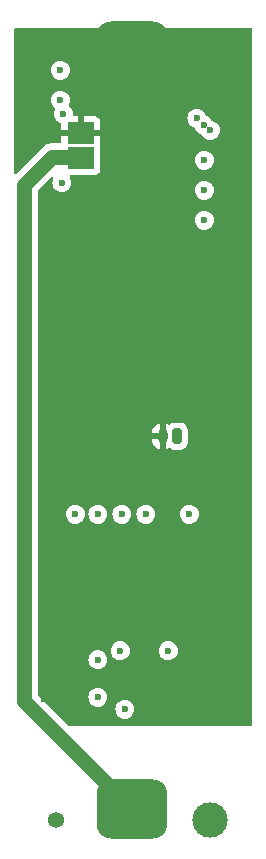
<source format=gbr>
%TF.GenerationSoftware,KiCad,Pcbnew,8.0.6*%
%TF.CreationDate,2024-11-08T20:03:32-06:00*%
%TF.ProjectId,lora micronode,6c6f7261-206d-4696-9372-6f6e6f64652e,rev?*%
%TF.SameCoordinates,Original*%
%TF.FileFunction,Copper,L4,Bot*%
%TF.FilePolarity,Positive*%
%FSLAX46Y46*%
G04 Gerber Fmt 4.6, Leading zero omitted, Abs format (unit mm)*
G04 Created by KiCad (PCBNEW 8.0.6) date 2024-11-08 20:03:32*
%MOMM*%
%LPD*%
G01*
G04 APERTURE LIST*
G04 Aperture macros list*
%AMRoundRect*
0 Rectangle with rounded corners*
0 $1 Rounding radius*
0 $2 $3 $4 $5 $6 $7 $8 $9 X,Y pos of 4 corners*
0 Add a 4 corners polygon primitive as box body*
4,1,4,$2,$3,$4,$5,$6,$7,$8,$9,$2,$3,0*
0 Add four circle primitives for the rounded corners*
1,1,$1+$1,$2,$3*
1,1,$1+$1,$4,$5*
1,1,$1+$1,$6,$7*
1,1,$1+$1,$8,$9*
0 Add four rect primitives between the rounded corners*
20,1,$1+$1,$2,$3,$4,$5,0*
20,1,$1+$1,$4,$5,$6,$7,0*
20,1,$1+$1,$6,$7,$8,$9,0*
20,1,$1+$1,$8,$9,$2,$3,0*%
G04 Aperture macros list end*
%TA.AperFunction,ComponentPad*%
%ADD10RoundRect,0.200000X0.200000X0.450000X-0.200000X0.450000X-0.200000X-0.450000X0.200000X-0.450000X0*%
%TD*%
%TA.AperFunction,ComponentPad*%
%ADD11O,0.800000X1.300000*%
%TD*%
%TA.AperFunction,ComponentPad*%
%ADD12R,2.300000X1.900000*%
%TD*%
%TA.AperFunction,SMDPad,CuDef*%
%ADD13RoundRect,1.250000X1.750000X-1.250000X1.750000X1.250000X-1.750000X1.250000X-1.750000X-1.250000X0*%
%TD*%
%TA.AperFunction,ComponentPad*%
%ADD14C,1.360000*%
%TD*%
%TA.AperFunction,ComponentPad*%
%ADD15C,3.000000*%
%TD*%
%TA.AperFunction,ViaPad*%
%ADD16C,0.600000*%
%TD*%
%TA.AperFunction,Conductor*%
%ADD17C,1.270000*%
%TD*%
G04 APERTURE END LIST*
D10*
%TO.P,SC1,1,+*%
%TO.N,Solar+*%
X134874000Y-86106000D03*
D11*
%TO.P,SC1,2,-*%
%TO.N,GND*%
X133624001Y-86106000D03*
%TD*%
D12*
%TO.P,U2,21,BAT-*%
%TO.N,GND*%
X126691000Y-60446000D03*
%TO.P,U2,22,BAT+*%
%TO.N,BAT_VCC*%
X126691000Y-62546000D03*
%TD*%
D13*
%TO.P,BT1,1,+*%
%TO.N,BAT_VCC*%
X131064000Y-117667000D03*
%TO.P,BT1,2,-*%
%TO.N,GND*%
X131064000Y-53467000D03*
%TD*%
D14*
%TO.P,AE1,1,A*%
%TO.N,Net-(AE1-A)*%
X124568000Y-118618000D03*
D15*
%TO.P,AE1,2*%
%TO.N,N/C*%
X137668000Y-118618000D03*
%TD*%
D16*
%TO.N,GND*%
X126746000Y-109220000D03*
X123571000Y-108331000D03*
X140462000Y-109855000D03*
X140589000Y-52197000D03*
X121666000Y-52197000D03*
%TO.N,+3.3V*%
X128143000Y-108204000D03*
X130429000Y-109220000D03*
X128143000Y-105029000D03*
X137668000Y-60206000D03*
X137096500Y-59753500D03*
X136525000Y-59182000D03*
%TO.N,SX126X_BUSY*%
X135890000Y-92710000D03*
%TO.N,SX126X_CS*%
X126238000Y-92710000D03*
%TO.N,MOSI*%
X128143000Y-92710000D03*
%TO.N,MISO*%
X130175000Y-92710000D03*
%TO.N,SCK*%
X132207000Y-92710000D03*
%TO.N,SX126X_DIO1*%
X134112000Y-104267000D03*
%TO.N,SX126X_RESET*%
X130048000Y-104267000D03*
X125095000Y-64643000D03*
%TO.N,SX126X_BUSY*%
X125222000Y-58801000D03*
%TO.N,SX126X_DIO1*%
X124968000Y-57658000D03*
%TO.N,SX126X_CS*%
X124960000Y-55126000D03*
%TO.N,SCK*%
X137160000Y-67818000D03*
%TO.N,MISO*%
X137160000Y-65278000D03*
%TO.N,MOSI*%
X137160000Y-62738000D03*
%TD*%
D17*
%TO.N,BAT_VCC*%
X121920000Y-64797000D02*
X124271000Y-62446000D01*
X124271000Y-62446000D02*
X126691000Y-62446000D01*
X121920000Y-108523000D02*
X121920000Y-64797000D01*
X131064000Y-117667000D02*
X121920000Y-108523000D01*
%TD*%
%TA.AperFunction,Conductor*%
%TO.N,GND*%
G36*
X141167039Y-51581685D02*
G01*
X141212794Y-51634489D01*
X141224000Y-51686000D01*
X141224000Y-110493000D01*
X141204315Y-110560039D01*
X141151511Y-110605794D01*
X141100000Y-110617000D01*
X125671201Y-110617000D01*
X125604162Y-110597315D01*
X125583520Y-110580681D01*
X124222835Y-109219996D01*
X129623435Y-109219996D01*
X129623435Y-109220003D01*
X129643630Y-109399249D01*
X129643631Y-109399254D01*
X129703211Y-109569523D01*
X129799184Y-109722262D01*
X129926738Y-109849816D01*
X130079478Y-109945789D01*
X130249745Y-110005368D01*
X130249750Y-110005369D01*
X130428996Y-110025565D01*
X130429000Y-110025565D01*
X130429004Y-110025565D01*
X130608249Y-110005369D01*
X130608252Y-110005368D01*
X130608255Y-110005368D01*
X130778522Y-109945789D01*
X130931262Y-109849816D01*
X131058816Y-109722262D01*
X131154789Y-109569522D01*
X131214368Y-109399255D01*
X131229751Y-109262728D01*
X131234565Y-109220003D01*
X131234565Y-109219996D01*
X131214369Y-109040750D01*
X131214368Y-109040745D01*
X131154788Y-108870476D01*
X131058815Y-108717737D01*
X130931262Y-108590184D01*
X130778523Y-108494211D01*
X130608254Y-108434631D01*
X130608249Y-108434630D01*
X130429004Y-108414435D01*
X130428996Y-108414435D01*
X130249750Y-108434630D01*
X130249745Y-108434631D01*
X130079476Y-108494211D01*
X129926737Y-108590184D01*
X129799184Y-108717737D01*
X129703211Y-108870476D01*
X129643631Y-109040745D01*
X129643630Y-109040750D01*
X129623435Y-109219996D01*
X124222835Y-109219996D01*
X123206835Y-108203996D01*
X127337435Y-108203996D01*
X127337435Y-108204003D01*
X127357630Y-108383249D01*
X127357631Y-108383254D01*
X127417211Y-108553523D01*
X127440247Y-108590184D01*
X127513184Y-108706262D01*
X127640738Y-108833816D01*
X127793478Y-108929789D01*
X127963745Y-108989368D01*
X127963750Y-108989369D01*
X128142996Y-109009565D01*
X128143000Y-109009565D01*
X128143004Y-109009565D01*
X128322249Y-108989369D01*
X128322252Y-108989368D01*
X128322255Y-108989368D01*
X128492522Y-108929789D01*
X128645262Y-108833816D01*
X128772816Y-108706262D01*
X128868789Y-108553522D01*
X128928368Y-108383255D01*
X128948565Y-108204000D01*
X128935605Y-108088980D01*
X128928369Y-108024750D01*
X128928368Y-108024745D01*
X128868788Y-107854476D01*
X128772815Y-107701737D01*
X128645262Y-107574184D01*
X128492523Y-107478211D01*
X128322254Y-107418631D01*
X128322249Y-107418630D01*
X128143004Y-107398435D01*
X128142996Y-107398435D01*
X127963750Y-107418630D01*
X127963745Y-107418631D01*
X127793476Y-107478211D01*
X127640737Y-107574184D01*
X127513184Y-107701737D01*
X127417211Y-107854476D01*
X127357631Y-108024745D01*
X127357630Y-108024750D01*
X127337435Y-108203996D01*
X123206835Y-108203996D01*
X123091819Y-108088980D01*
X123058334Y-108027657D01*
X123055500Y-108001299D01*
X123055500Y-105028996D01*
X127337435Y-105028996D01*
X127337435Y-105029003D01*
X127357630Y-105208249D01*
X127357631Y-105208254D01*
X127417211Y-105378523D01*
X127513184Y-105531262D01*
X127640738Y-105658816D01*
X127793478Y-105754789D01*
X127963745Y-105814368D01*
X127963750Y-105814369D01*
X128142996Y-105834565D01*
X128143000Y-105834565D01*
X128143004Y-105834565D01*
X128322249Y-105814369D01*
X128322252Y-105814368D01*
X128322255Y-105814368D01*
X128492522Y-105754789D01*
X128645262Y-105658816D01*
X128772816Y-105531262D01*
X128868789Y-105378522D01*
X128928368Y-105208255D01*
X128928369Y-105208249D01*
X128948565Y-105029003D01*
X128948565Y-105028996D01*
X128928369Y-104849750D01*
X128928368Y-104849745D01*
X128868788Y-104679476D01*
X128772815Y-104526737D01*
X128645262Y-104399184D01*
X128492523Y-104303211D01*
X128389027Y-104266996D01*
X129242435Y-104266996D01*
X129242435Y-104267003D01*
X129262630Y-104446249D01*
X129262631Y-104446254D01*
X129322211Y-104616523D01*
X129361769Y-104679478D01*
X129418184Y-104769262D01*
X129545738Y-104896816D01*
X129698478Y-104992789D01*
X129801952Y-105028996D01*
X129868745Y-105052368D01*
X129868750Y-105052369D01*
X130047996Y-105072565D01*
X130048000Y-105072565D01*
X130048004Y-105072565D01*
X130227249Y-105052369D01*
X130227252Y-105052368D01*
X130227255Y-105052368D01*
X130397522Y-104992789D01*
X130550262Y-104896816D01*
X130677816Y-104769262D01*
X130773789Y-104616522D01*
X130833368Y-104446255D01*
X130853565Y-104267000D01*
X130853565Y-104266996D01*
X133306435Y-104266996D01*
X133306435Y-104267003D01*
X133326630Y-104446249D01*
X133326631Y-104446254D01*
X133386211Y-104616523D01*
X133425769Y-104679478D01*
X133482184Y-104769262D01*
X133609738Y-104896816D01*
X133762478Y-104992789D01*
X133865952Y-105028996D01*
X133932745Y-105052368D01*
X133932750Y-105052369D01*
X134111996Y-105072565D01*
X134112000Y-105072565D01*
X134112004Y-105072565D01*
X134291249Y-105052369D01*
X134291252Y-105052368D01*
X134291255Y-105052368D01*
X134461522Y-104992789D01*
X134614262Y-104896816D01*
X134741816Y-104769262D01*
X134837789Y-104616522D01*
X134897368Y-104446255D01*
X134917565Y-104267000D01*
X134914932Y-104243632D01*
X134897369Y-104087750D01*
X134897368Y-104087745D01*
X134837788Y-103917476D01*
X134741815Y-103764737D01*
X134614262Y-103637184D01*
X134461523Y-103541211D01*
X134291254Y-103481631D01*
X134291249Y-103481630D01*
X134112004Y-103461435D01*
X134111996Y-103461435D01*
X133932750Y-103481630D01*
X133932745Y-103481631D01*
X133762476Y-103541211D01*
X133609737Y-103637184D01*
X133482184Y-103764737D01*
X133386211Y-103917476D01*
X133326631Y-104087745D01*
X133326630Y-104087750D01*
X133306435Y-104266996D01*
X130853565Y-104266996D01*
X130850932Y-104243632D01*
X130833369Y-104087750D01*
X130833368Y-104087745D01*
X130773788Y-103917476D01*
X130677815Y-103764737D01*
X130550262Y-103637184D01*
X130397523Y-103541211D01*
X130227254Y-103481631D01*
X130227249Y-103481630D01*
X130048004Y-103461435D01*
X130047996Y-103461435D01*
X129868750Y-103481630D01*
X129868745Y-103481631D01*
X129698476Y-103541211D01*
X129545737Y-103637184D01*
X129418184Y-103764737D01*
X129322211Y-103917476D01*
X129262631Y-104087745D01*
X129262630Y-104087750D01*
X129242435Y-104266996D01*
X128389027Y-104266996D01*
X128322254Y-104243631D01*
X128322249Y-104243630D01*
X128143004Y-104223435D01*
X128142996Y-104223435D01*
X127963750Y-104243630D01*
X127963745Y-104243631D01*
X127793476Y-104303211D01*
X127640737Y-104399184D01*
X127513184Y-104526737D01*
X127417211Y-104679476D01*
X127357631Y-104849745D01*
X127357630Y-104849750D01*
X127337435Y-105028996D01*
X123055500Y-105028996D01*
X123055500Y-92709996D01*
X125432435Y-92709996D01*
X125432435Y-92710003D01*
X125452630Y-92889249D01*
X125452631Y-92889254D01*
X125512211Y-93059523D01*
X125608184Y-93212262D01*
X125735738Y-93339816D01*
X125888478Y-93435789D01*
X126058745Y-93495368D01*
X126058750Y-93495369D01*
X126237996Y-93515565D01*
X126238000Y-93515565D01*
X126238004Y-93515565D01*
X126417249Y-93495369D01*
X126417252Y-93495368D01*
X126417255Y-93495368D01*
X126587522Y-93435789D01*
X126740262Y-93339816D01*
X126867816Y-93212262D01*
X126963789Y-93059522D01*
X127023368Y-92889255D01*
X127043565Y-92710000D01*
X127043565Y-92709996D01*
X127337435Y-92709996D01*
X127337435Y-92710003D01*
X127357630Y-92889249D01*
X127357631Y-92889254D01*
X127417211Y-93059523D01*
X127513184Y-93212262D01*
X127640738Y-93339816D01*
X127793478Y-93435789D01*
X127963745Y-93495368D01*
X127963750Y-93495369D01*
X128142996Y-93515565D01*
X128143000Y-93515565D01*
X128143004Y-93515565D01*
X128322249Y-93495369D01*
X128322252Y-93495368D01*
X128322255Y-93495368D01*
X128492522Y-93435789D01*
X128645262Y-93339816D01*
X128772816Y-93212262D01*
X128868789Y-93059522D01*
X128928368Y-92889255D01*
X128948565Y-92710000D01*
X128948565Y-92709996D01*
X129369435Y-92709996D01*
X129369435Y-92710003D01*
X129389630Y-92889249D01*
X129389631Y-92889254D01*
X129449211Y-93059523D01*
X129545184Y-93212262D01*
X129672738Y-93339816D01*
X129825478Y-93435789D01*
X129995745Y-93495368D01*
X129995750Y-93495369D01*
X130174996Y-93515565D01*
X130175000Y-93515565D01*
X130175004Y-93515565D01*
X130354249Y-93495369D01*
X130354252Y-93495368D01*
X130354255Y-93495368D01*
X130524522Y-93435789D01*
X130677262Y-93339816D01*
X130804816Y-93212262D01*
X130900789Y-93059522D01*
X130960368Y-92889255D01*
X130980565Y-92710000D01*
X130980565Y-92709996D01*
X131401435Y-92709996D01*
X131401435Y-92710003D01*
X131421630Y-92889249D01*
X131421631Y-92889254D01*
X131481211Y-93059523D01*
X131577184Y-93212262D01*
X131704738Y-93339816D01*
X131857478Y-93435789D01*
X132027745Y-93495368D01*
X132027750Y-93495369D01*
X132206996Y-93515565D01*
X132207000Y-93515565D01*
X132207004Y-93515565D01*
X132386249Y-93495369D01*
X132386252Y-93495368D01*
X132386255Y-93495368D01*
X132556522Y-93435789D01*
X132709262Y-93339816D01*
X132836816Y-93212262D01*
X132932789Y-93059522D01*
X132992368Y-92889255D01*
X133012565Y-92710000D01*
X133012565Y-92709996D01*
X135084435Y-92709996D01*
X135084435Y-92710003D01*
X135104630Y-92889249D01*
X135104631Y-92889254D01*
X135164211Y-93059523D01*
X135260184Y-93212262D01*
X135387738Y-93339816D01*
X135540478Y-93435789D01*
X135710745Y-93495368D01*
X135710750Y-93495369D01*
X135889996Y-93515565D01*
X135890000Y-93515565D01*
X135890004Y-93515565D01*
X136069249Y-93495369D01*
X136069252Y-93495368D01*
X136069255Y-93495368D01*
X136239522Y-93435789D01*
X136392262Y-93339816D01*
X136519816Y-93212262D01*
X136615789Y-93059522D01*
X136675368Y-92889255D01*
X136695565Y-92710000D01*
X136675368Y-92530745D01*
X136615789Y-92360478D01*
X136519816Y-92207738D01*
X136392262Y-92080184D01*
X136239523Y-91984211D01*
X136069254Y-91924631D01*
X136069249Y-91924630D01*
X135890004Y-91904435D01*
X135889996Y-91904435D01*
X135710750Y-91924630D01*
X135710745Y-91924631D01*
X135540476Y-91984211D01*
X135387737Y-92080184D01*
X135260184Y-92207737D01*
X135164211Y-92360476D01*
X135104631Y-92530745D01*
X135104630Y-92530750D01*
X135084435Y-92709996D01*
X133012565Y-92709996D01*
X132992368Y-92530745D01*
X132932789Y-92360478D01*
X132836816Y-92207738D01*
X132709262Y-92080184D01*
X132556523Y-91984211D01*
X132386254Y-91924631D01*
X132386249Y-91924630D01*
X132207004Y-91904435D01*
X132206996Y-91904435D01*
X132027750Y-91924630D01*
X132027745Y-91924631D01*
X131857476Y-91984211D01*
X131704737Y-92080184D01*
X131577184Y-92207737D01*
X131481211Y-92360476D01*
X131421631Y-92530745D01*
X131421630Y-92530750D01*
X131401435Y-92709996D01*
X130980565Y-92709996D01*
X130960368Y-92530745D01*
X130900789Y-92360478D01*
X130804816Y-92207738D01*
X130677262Y-92080184D01*
X130524523Y-91984211D01*
X130354254Y-91924631D01*
X130354249Y-91924630D01*
X130175004Y-91904435D01*
X130174996Y-91904435D01*
X129995750Y-91924630D01*
X129995745Y-91924631D01*
X129825476Y-91984211D01*
X129672737Y-92080184D01*
X129545184Y-92207737D01*
X129449211Y-92360476D01*
X129389631Y-92530745D01*
X129389630Y-92530750D01*
X129369435Y-92709996D01*
X128948565Y-92709996D01*
X128928368Y-92530745D01*
X128868789Y-92360478D01*
X128772816Y-92207738D01*
X128645262Y-92080184D01*
X128492523Y-91984211D01*
X128322254Y-91924631D01*
X128322249Y-91924630D01*
X128143004Y-91904435D01*
X128142996Y-91904435D01*
X127963750Y-91924630D01*
X127963745Y-91924631D01*
X127793476Y-91984211D01*
X127640737Y-92080184D01*
X127513184Y-92207737D01*
X127417211Y-92360476D01*
X127357631Y-92530745D01*
X127357630Y-92530750D01*
X127337435Y-92709996D01*
X127043565Y-92709996D01*
X127023368Y-92530745D01*
X126963789Y-92360478D01*
X126867816Y-92207738D01*
X126740262Y-92080184D01*
X126587523Y-91984211D01*
X126417254Y-91924631D01*
X126417249Y-91924630D01*
X126238004Y-91904435D01*
X126237996Y-91904435D01*
X126058750Y-91924630D01*
X126058745Y-91924631D01*
X125888476Y-91984211D01*
X125735737Y-92080184D01*
X125608184Y-92207737D01*
X125512211Y-92360476D01*
X125452631Y-92530745D01*
X125452630Y-92530750D01*
X125432435Y-92709996D01*
X123055500Y-92709996D01*
X123055500Y-86444646D01*
X132724001Y-86444646D01*
X132758585Y-86618512D01*
X132758587Y-86618520D01*
X132826429Y-86782307D01*
X132826434Y-86782316D01*
X132924924Y-86929716D01*
X132924927Y-86929720D01*
X133050280Y-87055073D01*
X133050284Y-87055076D01*
X133197684Y-87153566D01*
X133197694Y-87153571D01*
X133361477Y-87221412D01*
X133361484Y-87221415D01*
X133374001Y-87223904D01*
X133374001Y-86356000D01*
X132724001Y-86356000D01*
X132724001Y-86444646D01*
X123055500Y-86444646D01*
X123055500Y-86056272D01*
X133374001Y-86056272D01*
X133374001Y-86155728D01*
X133412061Y-86247614D01*
X133482387Y-86317940D01*
X133574273Y-86356000D01*
X133673729Y-86356000D01*
X133765615Y-86317940D01*
X133835941Y-86247614D01*
X133874001Y-86155728D01*
X133874001Y-87223903D01*
X133886517Y-87221415D01*
X133886524Y-87221412D01*
X134050309Y-87153570D01*
X134107363Y-87115448D01*
X134174040Y-87094569D01*
X134240400Y-87112430D01*
X134384394Y-87199478D01*
X134546804Y-87250086D01*
X134617384Y-87256500D01*
X134617387Y-87256500D01*
X135130613Y-87256500D01*
X135130616Y-87256500D01*
X135201196Y-87250086D01*
X135363606Y-87199478D01*
X135509185Y-87111472D01*
X135629472Y-86991185D01*
X135717478Y-86845606D01*
X135768086Y-86683196D01*
X135774500Y-86612616D01*
X135774500Y-85599384D01*
X135768086Y-85528804D01*
X135717478Y-85366394D01*
X135629472Y-85220815D01*
X135629470Y-85220813D01*
X135629469Y-85220811D01*
X135509188Y-85100530D01*
X135507593Y-85099566D01*
X135363606Y-85012522D01*
X135201196Y-84961914D01*
X135201194Y-84961913D01*
X135201192Y-84961913D01*
X135151778Y-84957423D01*
X135130616Y-84955500D01*
X134617384Y-84955500D01*
X134598145Y-84957248D01*
X134546807Y-84961913D01*
X134384391Y-85012523D01*
X134240404Y-85099566D01*
X134172850Y-85117402D01*
X134107364Y-85096551D01*
X134050317Y-85058433D01*
X134050308Y-85058428D01*
X133886520Y-84990585D01*
X133874001Y-84988094D01*
X133874001Y-86056272D01*
X133835941Y-85964386D01*
X133765615Y-85894060D01*
X133673729Y-85856000D01*
X133574273Y-85856000D01*
X133482387Y-85894060D01*
X133412061Y-85964386D01*
X133374001Y-86056272D01*
X123055500Y-86056272D01*
X123055500Y-85767353D01*
X132724001Y-85767353D01*
X132724001Y-85856000D01*
X133374001Y-85856000D01*
X133374001Y-84988095D01*
X133374000Y-84988094D01*
X133361481Y-84990585D01*
X133197693Y-85058428D01*
X133197684Y-85058433D01*
X133050284Y-85156923D01*
X133050280Y-85156926D01*
X132924927Y-85282279D01*
X132924924Y-85282283D01*
X132826434Y-85429683D01*
X132826429Y-85429692D01*
X132758587Y-85593479D01*
X132758585Y-85593487D01*
X132724001Y-85767353D01*
X123055500Y-85767353D01*
X123055500Y-67817996D01*
X136354435Y-67817996D01*
X136354435Y-67818003D01*
X136374630Y-67997249D01*
X136374631Y-67997254D01*
X136434211Y-68167523D01*
X136530184Y-68320262D01*
X136657738Y-68447816D01*
X136810478Y-68543789D01*
X136980745Y-68603368D01*
X136980750Y-68603369D01*
X137159996Y-68623565D01*
X137160000Y-68623565D01*
X137160004Y-68623565D01*
X137339249Y-68603369D01*
X137339252Y-68603368D01*
X137339255Y-68603368D01*
X137509522Y-68543789D01*
X137662262Y-68447816D01*
X137789816Y-68320262D01*
X137885789Y-68167522D01*
X137945368Y-67997255D01*
X137965565Y-67818000D01*
X137945368Y-67638745D01*
X137885789Y-67468478D01*
X137789816Y-67315738D01*
X137662262Y-67188184D01*
X137509523Y-67092211D01*
X137339254Y-67032631D01*
X137339249Y-67032630D01*
X137160004Y-67012435D01*
X137159996Y-67012435D01*
X136980750Y-67032630D01*
X136980745Y-67032631D01*
X136810476Y-67092211D01*
X136657737Y-67188184D01*
X136530184Y-67315737D01*
X136434211Y-67468476D01*
X136374631Y-67638745D01*
X136374630Y-67638750D01*
X136354435Y-67817996D01*
X123055500Y-67817996D01*
X123055500Y-65318701D01*
X123075185Y-65251662D01*
X123091819Y-65231020D01*
X123547102Y-64775737D01*
X124168850Y-64153989D01*
X124230170Y-64120506D01*
X124299862Y-64125490D01*
X124355795Y-64167362D01*
X124380212Y-64232826D01*
X124369992Y-64286373D01*
X124371511Y-64286905D01*
X124309631Y-64463745D01*
X124309630Y-64463750D01*
X124289435Y-64642996D01*
X124289435Y-64643003D01*
X124309630Y-64822249D01*
X124309631Y-64822254D01*
X124369211Y-64992523D01*
X124465184Y-65145262D01*
X124592738Y-65272816D01*
X124745478Y-65368789D01*
X124915745Y-65428368D01*
X124915750Y-65428369D01*
X125094996Y-65448565D01*
X125095000Y-65448565D01*
X125095004Y-65448565D01*
X125274249Y-65428369D01*
X125274252Y-65428368D01*
X125274255Y-65428368D01*
X125444522Y-65368789D01*
X125589018Y-65277996D01*
X136354435Y-65277996D01*
X136354435Y-65278003D01*
X136374630Y-65457249D01*
X136374631Y-65457254D01*
X136434211Y-65627523D01*
X136530184Y-65780262D01*
X136657738Y-65907816D01*
X136810478Y-66003789D01*
X136980745Y-66063368D01*
X136980750Y-66063369D01*
X137159996Y-66083565D01*
X137160000Y-66083565D01*
X137160004Y-66083565D01*
X137339249Y-66063369D01*
X137339252Y-66063368D01*
X137339255Y-66063368D01*
X137509522Y-66003789D01*
X137662262Y-65907816D01*
X137789816Y-65780262D01*
X137885789Y-65627522D01*
X137945368Y-65457255D01*
X137965565Y-65278000D01*
X137962597Y-65251662D01*
X137945369Y-65098750D01*
X137945368Y-65098745D01*
X137885788Y-64928476D01*
X137846582Y-64866080D01*
X137789816Y-64775738D01*
X137662262Y-64648184D01*
X137509523Y-64552211D01*
X137339254Y-64492631D01*
X137339249Y-64492630D01*
X137160004Y-64472435D01*
X137159996Y-64472435D01*
X136980750Y-64492630D01*
X136980745Y-64492631D01*
X136810476Y-64552211D01*
X136657737Y-64648184D01*
X136530184Y-64775737D01*
X136434211Y-64928476D01*
X136374631Y-65098745D01*
X136374630Y-65098750D01*
X136354435Y-65277996D01*
X125589018Y-65277996D01*
X125597262Y-65272816D01*
X125724816Y-65145262D01*
X125820789Y-64992522D01*
X125880368Y-64822255D01*
X125885609Y-64775738D01*
X125900565Y-64643003D01*
X125900565Y-64642996D01*
X125880369Y-64463750D01*
X125880368Y-64463745D01*
X125820788Y-64293476D01*
X125753552Y-64186471D01*
X125734552Y-64119234D01*
X125754920Y-64052399D01*
X125808187Y-64007185D01*
X125858546Y-63996499D01*
X127888871Y-63996499D01*
X127888872Y-63996499D01*
X127948483Y-63990091D01*
X128083331Y-63939796D01*
X128198546Y-63853546D01*
X128284796Y-63738331D01*
X128335091Y-63603483D01*
X128341500Y-63543873D01*
X128341500Y-62737996D01*
X136354435Y-62737996D01*
X136354435Y-62738003D01*
X136374630Y-62917249D01*
X136374631Y-62917254D01*
X136434211Y-63087523D01*
X136530184Y-63240262D01*
X136657738Y-63367816D01*
X136810478Y-63463789D01*
X136980745Y-63523368D01*
X136980750Y-63523369D01*
X137159996Y-63543565D01*
X137160000Y-63543565D01*
X137160004Y-63543565D01*
X137339249Y-63523369D01*
X137339252Y-63523368D01*
X137339255Y-63523368D01*
X137509522Y-63463789D01*
X137662262Y-63367816D01*
X137789816Y-63240262D01*
X137885789Y-63087522D01*
X137945368Y-62917255D01*
X137965565Y-62738000D01*
X137945368Y-62558745D01*
X137885789Y-62388478D01*
X137789816Y-62235738D01*
X137662262Y-62108184D01*
X137509523Y-62012211D01*
X137339254Y-61952631D01*
X137339249Y-61952630D01*
X137160004Y-61932435D01*
X137159996Y-61932435D01*
X136980750Y-61952630D01*
X136980745Y-61952631D01*
X136810476Y-62012211D01*
X136657737Y-62108184D01*
X136530184Y-62235737D01*
X136434211Y-62388476D01*
X136374631Y-62558745D01*
X136374630Y-62558750D01*
X136354435Y-62737996D01*
X128341500Y-62737996D01*
X128341499Y-61548128D01*
X128337067Y-61506898D01*
X128337068Y-61480393D01*
X128340999Y-61443833D01*
X128341000Y-61443819D01*
X128341000Y-60696000D01*
X127399241Y-60696000D01*
X127412178Y-60664767D01*
X127441000Y-60519869D01*
X127441000Y-60372131D01*
X127412178Y-60227233D01*
X127399241Y-60196000D01*
X128341000Y-60196000D01*
X128341000Y-59448172D01*
X128340999Y-59448155D01*
X128334598Y-59388627D01*
X128334596Y-59388620D01*
X128284354Y-59253913D01*
X128284350Y-59253906D01*
X128230518Y-59181996D01*
X135719435Y-59181996D01*
X135719435Y-59182003D01*
X135739630Y-59361249D01*
X135739631Y-59361254D01*
X135799211Y-59531523D01*
X135888573Y-59673740D01*
X135895184Y-59684262D01*
X136022738Y-59811816D01*
X136175478Y-59907789D01*
X136263739Y-59938672D01*
X136320515Y-59979393D01*
X136339827Y-60014760D01*
X136370711Y-60103023D01*
X136429133Y-60196000D01*
X136466684Y-60255762D01*
X136594238Y-60383316D01*
X136746978Y-60479289D01*
X136894879Y-60531041D01*
X136951654Y-60571763D01*
X136958917Y-60582110D01*
X137038184Y-60708262D01*
X137165738Y-60835816D01*
X137318478Y-60931789D01*
X137488745Y-60991368D01*
X137488750Y-60991369D01*
X137667996Y-61011565D01*
X137668000Y-61011565D01*
X137668004Y-61011565D01*
X137847249Y-60991369D01*
X137847252Y-60991368D01*
X137847255Y-60991368D01*
X138017522Y-60931789D01*
X138170262Y-60835816D01*
X138297816Y-60708262D01*
X138393789Y-60555522D01*
X138453368Y-60385255D01*
X138453369Y-60385249D01*
X138473565Y-60206003D01*
X138473565Y-60205996D01*
X138453369Y-60026750D01*
X138453368Y-60026745D01*
X138393788Y-59856476D01*
X138297815Y-59703737D01*
X138170262Y-59576184D01*
X138017521Y-59480210D01*
X137925911Y-59448155D01*
X137869620Y-59428458D01*
X137812846Y-59387737D01*
X137805582Y-59377389D01*
X137759005Y-59303262D01*
X137726316Y-59251238D01*
X137598762Y-59123684D01*
X137485711Y-59052649D01*
X137446023Y-59027711D01*
X137357760Y-58996827D01*
X137300984Y-58956105D01*
X137281672Y-58920739D01*
X137250788Y-58832476D01*
X137154815Y-58679737D01*
X137027262Y-58552184D01*
X136874523Y-58456211D01*
X136704254Y-58396631D01*
X136704249Y-58396630D01*
X136525004Y-58376435D01*
X136524996Y-58376435D01*
X136345750Y-58396630D01*
X136345745Y-58396631D01*
X136175476Y-58456211D01*
X136022737Y-58552184D01*
X135895184Y-58679737D01*
X135799211Y-58832476D01*
X135739631Y-59002745D01*
X135739630Y-59002750D01*
X135719435Y-59181996D01*
X128230518Y-59181996D01*
X128198190Y-59138812D01*
X128198187Y-59138809D01*
X128083093Y-59052649D01*
X128083086Y-59052645D01*
X127948379Y-59002403D01*
X127948372Y-59002401D01*
X127888844Y-58996000D01*
X126941000Y-58996000D01*
X126941000Y-59737759D01*
X126909767Y-59724822D01*
X126764869Y-59696000D01*
X126617131Y-59696000D01*
X126472233Y-59724822D01*
X126441000Y-59737759D01*
X126441000Y-58996000D01*
X126144350Y-58996000D01*
X126077311Y-58976315D01*
X126031556Y-58923511D01*
X126021130Y-58858117D01*
X126027565Y-58801003D01*
X126027565Y-58800996D01*
X126007369Y-58621750D01*
X126007368Y-58621745D01*
X126007365Y-58621737D01*
X125947789Y-58451478D01*
X125851816Y-58298738D01*
X125724262Y-58171184D01*
X125724260Y-58171182D01*
X125722087Y-58169449D01*
X125721051Y-58167973D01*
X125719338Y-58166260D01*
X125719638Y-58165959D01*
X125681948Y-58112260D01*
X125679101Y-58042448D01*
X125691225Y-58014006D01*
X125690771Y-58013788D01*
X125693788Y-58007523D01*
X125693789Y-58007522D01*
X125753368Y-57837255D01*
X125773565Y-57658000D01*
X125753368Y-57478745D01*
X125693789Y-57308478D01*
X125597816Y-57155738D01*
X125470262Y-57028184D01*
X125317523Y-56932211D01*
X125147254Y-56872631D01*
X125147249Y-56872630D01*
X124968004Y-56852435D01*
X124967996Y-56852435D01*
X124788750Y-56872630D01*
X124788745Y-56872631D01*
X124618476Y-56932211D01*
X124465737Y-57028184D01*
X124338184Y-57155737D01*
X124242211Y-57308476D01*
X124182631Y-57478745D01*
X124182630Y-57478750D01*
X124162435Y-57657996D01*
X124162435Y-57658003D01*
X124182630Y-57837249D01*
X124182631Y-57837254D01*
X124242211Y-58007523D01*
X124246148Y-58013788D01*
X124338184Y-58160262D01*
X124465738Y-58287816D01*
X124465743Y-58287819D01*
X124467911Y-58289548D01*
X124468949Y-58291027D01*
X124470662Y-58292740D01*
X124470361Y-58293040D01*
X124508050Y-58346738D01*
X124510898Y-58416549D01*
X124498778Y-58444988D01*
X124499231Y-58445206D01*
X124496210Y-58451478D01*
X124436633Y-58621737D01*
X124436630Y-58621750D01*
X124416435Y-58800996D01*
X124416435Y-58801003D01*
X124436630Y-58980249D01*
X124436631Y-58980254D01*
X124496211Y-59150523D01*
X124561176Y-59253913D01*
X124592184Y-59303262D01*
X124719738Y-59430816D01*
X124872478Y-59526789D01*
X124957954Y-59556698D01*
X125014730Y-59597420D01*
X125040478Y-59662372D01*
X125041000Y-59673740D01*
X125041000Y-60196000D01*
X125982759Y-60196000D01*
X125969822Y-60227233D01*
X125941000Y-60372131D01*
X125941000Y-60519869D01*
X125969822Y-60664767D01*
X125982759Y-60696000D01*
X125041000Y-60696000D01*
X125041000Y-61186500D01*
X125021315Y-61253539D01*
X124968511Y-61299294D01*
X124917000Y-61310500D01*
X124181630Y-61310500D01*
X124005105Y-61338458D01*
X123876805Y-61380146D01*
X123876804Y-61380145D01*
X123835118Y-61393690D01*
X123675867Y-61474833D01*
X123593369Y-61534771D01*
X123531271Y-61579889D01*
X123531269Y-61579891D01*
X123531268Y-61579891D01*
X121242681Y-63868479D01*
X121181358Y-63901964D01*
X121111666Y-63896980D01*
X121055733Y-63855108D01*
X121031316Y-63789644D01*
X121031000Y-63780798D01*
X121031000Y-55125996D01*
X124154435Y-55125996D01*
X124154435Y-55126003D01*
X124174630Y-55305249D01*
X124174631Y-55305254D01*
X124234211Y-55475523D01*
X124330184Y-55628262D01*
X124457738Y-55755816D01*
X124610478Y-55851789D01*
X124780745Y-55911368D01*
X124780750Y-55911369D01*
X124959996Y-55931565D01*
X124960000Y-55931565D01*
X124960004Y-55931565D01*
X125139249Y-55911369D01*
X125139252Y-55911368D01*
X125139255Y-55911368D01*
X125309522Y-55851789D01*
X125462262Y-55755816D01*
X125589816Y-55628262D01*
X125685789Y-55475522D01*
X125745368Y-55305255D01*
X125765565Y-55126000D01*
X125745368Y-54946745D01*
X125685789Y-54776478D01*
X125589816Y-54623738D01*
X125462262Y-54496184D01*
X125309523Y-54400211D01*
X125139254Y-54340631D01*
X125139249Y-54340630D01*
X124960004Y-54320435D01*
X124959996Y-54320435D01*
X124780750Y-54340630D01*
X124780745Y-54340631D01*
X124610476Y-54400211D01*
X124457737Y-54496184D01*
X124330184Y-54623737D01*
X124234211Y-54776476D01*
X124174631Y-54946745D01*
X124174630Y-54946750D01*
X124154435Y-55125996D01*
X121031000Y-55125996D01*
X121031000Y-51686000D01*
X121050685Y-51618961D01*
X121103489Y-51573206D01*
X121155000Y-51562000D01*
X141100000Y-51562000D01*
X141167039Y-51581685D01*
G37*
%TD.AperFunction*%
%TD*%
M02*

</source>
